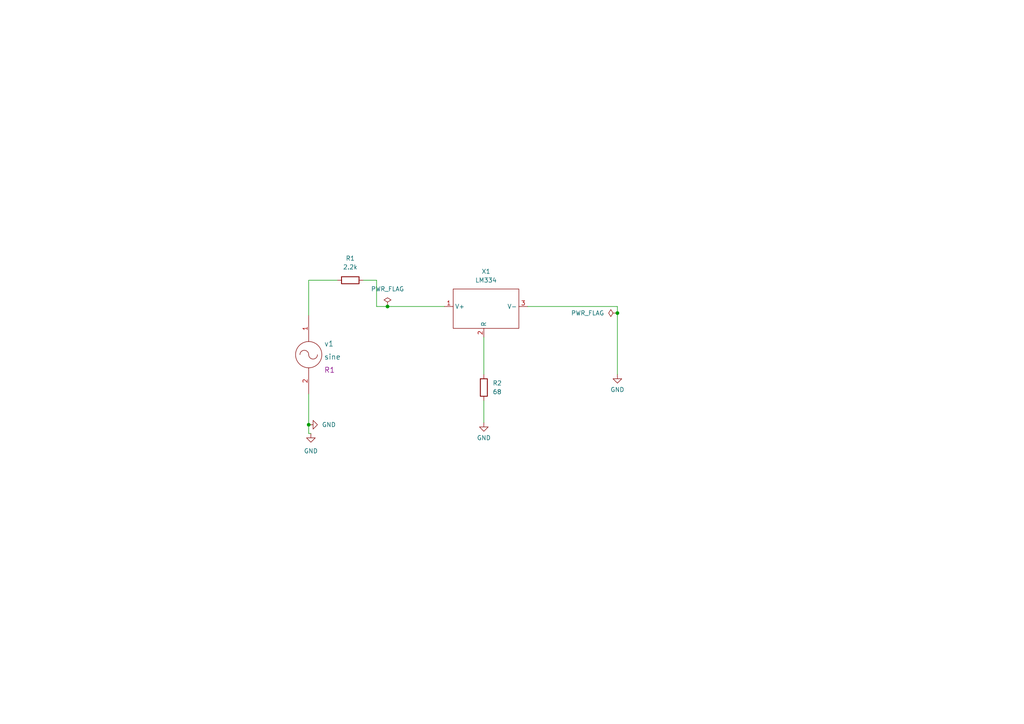
<source format=kicad_sch>
(kicad_sch (version 20211123) (generator eeschema)

  (uuid 903d95c2-a475-44e1-bbc6-8bad689d126f)

  (paper "A4")

  (lib_symbols
    (symbol "eSim_Devices:resistor" (pin_numbers hide) (pin_names (offset 0)) (in_bom yes) (on_board yes)
      (property "Reference" "R" (id 0) (at 1.27 3.302 0)
        (effects (font (size 1.27 1.27)))
      )
      (property "Value" "resistor" (id 1) (at 1.27 -1.27 0)
        (effects (font (size 1.27 1.27)))
      )
      (property "Footprint" "" (id 2) (at 1.27 -0.508 0)
        (effects (font (size 0.762 0.762)))
      )
      (property "Datasheet" "" (id 3) (at 1.27 1.27 90)
        (effects (font (size 0.762 0.762)))
      )
      (property "ki_fp_filters" "R_* Resistor_*" (id 4) (at 0 0 0)
        (effects (font (size 1.27 1.27)) hide)
      )
      (symbol "resistor_0_1"
        (rectangle (start 3.81 0.254) (end -1.27 2.286)
          (stroke (width 0.254) (type default) (color 0 0 0 0))
          (fill (type none))
        )
      )
      (symbol "resistor_1_1"
        (pin passive line (at -2.54 1.27 0) (length 1.27)
          (name "~" (effects (font (size 1.524 1.524))))
          (number "1" (effects (font (size 1.524 1.524))))
        )
        (pin passive line (at 5.08 1.27 180) (length 1.27)
          (name "~" (effects (font (size 1.524 1.524))))
          (number "2" (effects (font (size 1.524 1.524))))
        )
      )
    )
    (symbol "eSim_Power:eSim_GND" (power) (pin_names (offset 0)) (in_bom yes) (on_board yes)
      (property "Reference" "#PWR" (id 0) (at 0 -6.35 0)
        (effects (font (size 1.27 1.27)) hide)
      )
      (property "Value" "eSim_GND" (id 1) (at 0 -3.81 0)
        (effects (font (size 1.27 1.27)))
      )
      (property "Footprint" "" (id 2) (at 0 0 0)
        (effects (font (size 1.27 1.27)) hide)
      )
      (property "Datasheet" "" (id 3) (at 0 0 0)
        (effects (font (size 1.27 1.27)) hide)
      )
      (symbol "eSim_GND_0_1"
        (polyline
          (pts
            (xy 0 0)
            (xy 0 -1.27)
            (xy 1.27 -1.27)
            (xy 0 -2.54)
            (xy -1.27 -1.27)
            (xy 0 -1.27)
          )
          (stroke (width 0) (type default) (color 0 0 0 0))
          (fill (type none))
        )
      )
      (symbol "eSim_GND_1_1"
        (pin power_in line (at 0 0 270) (length 0) hide
          (name "GND" (effects (font (size 1.27 1.27))))
          (number "1" (effects (font (size 1.27 1.27))))
        )
      )
    )
    (symbol "eSim_Sources:sine" (pin_names (offset 1.016)) (in_bom yes) (on_board yes)
      (property "Reference" "v" (id 0) (at -5.08 2.54 0)
        (effects (font (size 1.524 1.524)))
      )
      (property "Value" "sine" (id 1) (at -5.08 -1.27 0)
        (effects (font (size 1.524 1.524)))
      )
      (property "Footprint" "R1" (id 2) (at -7.62 0 0)
        (effects (font (size 1.524 1.524)))
      )
      (property "Datasheet" "" (id 3) (at 0 0 0)
        (effects (font (size 1.524 1.524)))
      )
      (property "ki_fp_filters" "1_pin" (id 4) (at 0 0 0)
        (effects (font (size 1.27 1.27)) hide)
      )
      (symbol "sine_0_1"
        (arc (start 0 0) (mid -1.27 1.27) (end -2.54 0)
          (stroke (width 0) (type default) (color 0 0 0 0))
          (fill (type none))
        )
        (arc (start 0 0) (mid 1.27 -1.27) (end 2.54 0)
          (stroke (width 0) (type default) (color 0 0 0 0))
          (fill (type none))
        )
        (circle (center 0 0) (radius 3.81)
          (stroke (width 0) (type default) (color 0 0 0 0))
          (fill (type none))
        )
      )
      (symbol "sine_1_1"
        (pin input line (at 0 11.43 270) (length 7.62)
          (name "+" (effects (font (size 0 0))))
          (number "1" (effects (font (size 1.27 1.27))))
        )
        (pin input line (at 0 -11.43 90) (length 7.62)
          (name "-" (effects (font (size 0 0))))
          (number "2" (effects (font (size 1.27 1.27))))
        )
      )
    )
    (symbol "eSim_Subckt:LM334" (in_bom yes) (on_board yes)
      (property "Reference" "X" (id 0) (at 0 1.27 0)
        (effects (font (size 1.27 1.27)))
      )
      (property "Value" "LM334" (id 1) (at 0 3.81 0)
        (effects (font (size 1.27 1.27)))
      )
      (property "Footprint" "" (id 2) (at 0 0 0)
        (effects (font (size 1.27 1.27)) hide)
      )
      (property "Datasheet" "" (id 3) (at 0 0 0)
        (effects (font (size 1.27 1.27)) hide)
      )
      (symbol "LM334_0_1"
        (rectangle (start -8.89 5.08) (end 10.16 -6.35)
          (stroke (width 0) (type default) (color 0 0 0 0))
          (fill (type none))
        )
      )
      (symbol "LM334_1_1"
        (pin power_in line (at -11.43 0 0) (length 2.54)
          (name "V+" (effects (font (size 1.27 1.27))))
          (number "1" (effects (font (size 1.27 1.27))))
        )
        (pin passive line (at 0 -8.89 90) (length 2.54)
          (name "R" (effects (font (size 1.27 1.27))))
          (number "2" (effects (font (size 1.27 1.27))))
        )
        (pin passive line (at 12.7 0 180) (length 2.54)
          (name "V-" (effects (font (size 1.27 1.27))))
          (number "3" (effects (font (size 1.27 1.27))))
        )
      )
    )
    (symbol "power:PWR_FLAG" (power) (pin_numbers hide) (pin_names (offset 0) hide) (in_bom yes) (on_board yes)
      (property "Reference" "#FLG" (id 0) (at 0 1.905 0)
        (effects (font (size 1.27 1.27)) hide)
      )
      (property "Value" "PWR_FLAG" (id 1) (at 0 3.81 0)
        (effects (font (size 1.27 1.27)))
      )
      (property "Footprint" "" (id 2) (at 0 0 0)
        (effects (font (size 1.27 1.27)) hide)
      )
      (property "Datasheet" "~" (id 3) (at 0 0 0)
        (effects (font (size 1.27 1.27)) hide)
      )
      (property "ki_keywords" "flag power" (id 4) (at 0 0 0)
        (effects (font (size 1.27 1.27)) hide)
      )
      (property "ki_description" "Special symbol for telling ERC where power comes from" (id 5) (at 0 0 0)
        (effects (font (size 1.27 1.27)) hide)
      )
      (symbol "PWR_FLAG_0_0"
        (pin power_out line (at 0 0 90) (length 0)
          (name "pwr" (effects (font (size 1.27 1.27))))
          (number "1" (effects (font (size 1.27 1.27))))
        )
      )
      (symbol "PWR_FLAG_0_1"
        (polyline
          (pts
            (xy 0 0)
            (xy 0 1.27)
            (xy -1.016 1.905)
            (xy 0 2.54)
            (xy 1.016 1.905)
            (xy 0 1.27)
          )
          (stroke (width 0) (type default) (color 0 0 0 0))
          (fill (type none))
        )
      )
    )
  )

  (junction (at 179.07 90.805) (diameter 0) (color 0 0 0 0)
    (uuid 436eafd6-37e9-4667-a077-dae04c9236f2)
  )
  (junction (at 89.535 123.19) (diameter 0) (color 0 0 0 0)
    (uuid 7c685b13-71b0-415f-8503-75d3bb35726d)
  )
  (junction (at 112.395 88.9) (diameter 0) (color 0 0 0 0)
    (uuid 7dda610b-cf0b-4dff-9e22-aa8aa82dc7d3)
  )

  (wire (pts (xy 112.395 88.9) (xy 109.22 88.9))
    (stroke (width 0) (type default) (color 0 0 0 0))
    (uuid 0b05e1cb-60da-4a14-858d-4bbfe7f07c1c)
  )
  (wire (pts (xy 89.535 123.19) (xy 89.535 125.73))
    (stroke (width 0) (type default) (color 0 0 0 0))
    (uuid 1784ba78-1144-4157-97e2-1be727fe92bc)
  )
  (wire (pts (xy 97.79 81.28) (xy 89.535 81.28))
    (stroke (width 0) (type default) (color 0 0 0 0))
    (uuid 1b7e8e00-f9ab-4c7f-a35a-23070b53701b)
  )
  (wire (pts (xy 109.22 81.28) (xy 105.41 81.28))
    (stroke (width 0) (type default) (color 0 0 0 0))
    (uuid 2e347c4d-eaa0-436a-b861-3ab59c5a2c17)
  )
  (wire (pts (xy 140.335 97.79) (xy 140.335 108.585))
    (stroke (width 0) (type default) (color 0 0 0 0))
    (uuid 312bdf97-ee9d-4a0b-85b0-e88aa6729015)
  )
  (wire (pts (xy 89.535 114.3) (xy 89.535 123.19))
    (stroke (width 0) (type default) (color 0 0 0 0))
    (uuid 5387714e-c5c9-4171-be7d-2c812f24f7f2)
  )
  (wire (pts (xy 112.395 88.9) (xy 128.905 88.9))
    (stroke (width 0) (type default) (color 0 0 0 0))
    (uuid 62606e47-e476-473b-bca4-2df3fd3fee79)
  )
  (wire (pts (xy 179.07 88.9) (xy 153.035 88.9))
    (stroke (width 0) (type default) (color 0 0 0 0))
    (uuid 70bb22ab-a906-478c-8906-93f3658d6736)
  )
  (wire (pts (xy 179.07 90.805) (xy 179.07 88.9))
    (stroke (width 0) (type default) (color 0 0 0 0))
    (uuid 7e74e286-27ac-4259-9aeb-23397f3a522c)
  )
  (wire (pts (xy 89.535 81.28) (xy 89.535 91.44))
    (stroke (width 0) (type default) (color 0 0 0 0))
    (uuid 97f1e92c-2dac-4795-8077-2d9eae453d01)
  )
  (wire (pts (xy 109.22 88.9) (xy 109.22 81.28))
    (stroke (width 0) (type default) (color 0 0 0 0))
    (uuid c47a9cf5-b804-4b32-badf-449a7004dadf)
  )
  (wire (pts (xy 179.07 90.805) (xy 179.07 108.585))
    (stroke (width 0) (type default) (color 0 0 0 0))
    (uuid db651054-8874-402c-91a6-1aa06b5f7442)
  )
  (wire (pts (xy 140.335 116.205) (xy 140.335 122.555))
    (stroke (width 0) (type default) (color 0 0 0 0))
    (uuid de2169ce-d4d1-4672-ac51-93e400c50064)
  )
  (wire (pts (xy 89.535 125.73) (xy 90.17 125.73))
    (stroke (width 0) (type default) (color 0 0 0 0))
    (uuid f481dc99-b372-4918-b891-5228d48b9589)
  )

  (symbol (lib_id "eSim_Power:eSim_GND") (at 90.17 125.73 0) (unit 1)
    (in_bom yes) (on_board yes) (fields_autoplaced)
    (uuid 0ddcd684-7803-4968-b47f-68c93519c0e8)
    (property "Reference" "#PWR02" (id 0) (at 90.17 132.08 0)
      (effects (font (size 1.27 1.27)) hide)
    )
    (property "Value" "eSim_GND" (id 1) (at 90.17 130.81 0))
    (property "Footprint" "" (id 2) (at 90.17 125.73 0)
      (effects (font (size 1.27 1.27)) hide)
    )
    (property "Datasheet" "" (id 3) (at 90.17 125.73 0)
      (effects (font (size 1.27 1.27)) hide)
    )
    (pin "1" (uuid 89c443c5-aefe-47f1-84d8-74e47eb9e920))
  )

  (symbol (lib_id "eSim_Devices:resistor") (at 100.33 82.55 0) (unit 1)
    (in_bom yes) (on_board yes) (fields_autoplaced)
    (uuid 15d22e4f-c0c2-4639-bbc9-07d453081618)
    (property "Reference" "R1" (id 0) (at 101.6 74.93 0))
    (property "Value" "2.2k" (id 1) (at 101.6 77.47 0))
    (property "Footprint" "" (id 2) (at 101.6 83.058 0)
      (effects (font (size 0.762 0.762)))
    )
    (property "Datasheet" "" (id 3) (at 101.6 81.28 90)
      (effects (font (size 0.762 0.762)))
    )
    (pin "1" (uuid d62dd28f-37ff-4537-abc8-b15c593fa2b1))
    (pin "2" (uuid 793bb7dc-713a-4261-8c6f-98e45f1d5674))
  )

  (symbol (lib_id "power:PWR_FLAG") (at 112.395 88.9 0) (unit 1)
    (in_bom yes) (on_board yes) (fields_autoplaced)
    (uuid 30b37895-42c7-40d7-a50d-b61631d42c45)
    (property "Reference" "#FLG01" (id 0) (at 112.395 86.995 0)
      (effects (font (size 1.27 1.27)) hide)
    )
    (property "Value" "PWR_FLAG" (id 1) (at 112.395 83.82 0))
    (property "Footprint" "" (id 2) (at 112.395 88.9 0)
      (effects (font (size 1.27 1.27)) hide)
    )
    (property "Datasheet" "~" (id 3) (at 112.395 88.9 0)
      (effects (font (size 1.27 1.27)) hide)
    )
    (pin "1" (uuid 8eb3d6b6-6432-49be-970d-265128824aab))
  )

  (symbol (lib_id "eSim_Sources:sine") (at 89.535 102.87 0) (unit 1)
    (in_bom yes) (on_board yes) (fields_autoplaced)
    (uuid 656b23cc-43e2-4501-a9f2-a72b9d277524)
    (property "Reference" "v1" (id 0) (at 93.98 99.695 0)
      (effects (font (size 1.524 1.524)) (justify left))
    )
    (property "Value" "sine" (id 1) (at 93.98 103.505 0)
      (effects (font (size 1.524 1.524)) (justify left))
    )
    (property "Footprint" "R1" (id 2) (at 93.98 107.315 0)
      (effects (font (size 1.524 1.524)) (justify left))
    )
    (property "Datasheet" "" (id 3) (at 89.535 102.87 0)
      (effects (font (size 1.524 1.524)))
    )
    (property "Spice_Primitive" "V" (id 4) (at 89.535 102.87 0)
      (effects (font (size 1.27 1.27)) hide)
    )
    (property "Spice_Model" "sin(0 1 1k)" (id 5) (at 89.535 102.87 0)
      (effects (font (size 1.27 1.27)) hide)
    )
    (property "Spice_Netlist_Enabled" "Y" (id 6) (at 89.535 102.87 0)
      (effects (font (size 1.27 1.27)) hide)
    )
    (pin "1" (uuid b3252046-3789-4bf6-a939-63c402bf62a9))
    (pin "2" (uuid 0207debb-45e0-4236-b440-1959fe656e98))
  )

  (symbol (lib_id "power:PWR_FLAG") (at 179.07 90.805 90) (unit 1)
    (in_bom yes) (on_board yes) (fields_autoplaced)
    (uuid bb21a435-aee4-4456-9cb8-4f1f68708e9d)
    (property "Reference" "#FLG02" (id 0) (at 177.165 90.805 0)
      (effects (font (size 1.27 1.27)) hide)
    )
    (property "Value" "PWR_FLAG" (id 1) (at 175.26 90.8049 90)
      (effects (font (size 1.27 1.27)) (justify left))
    )
    (property "Footprint" "" (id 2) (at 179.07 90.805 0)
      (effects (font (size 1.27 1.27)) hide)
    )
    (property "Datasheet" "~" (id 3) (at 179.07 90.805 0)
      (effects (font (size 1.27 1.27)) hide)
    )
    (pin "1" (uuid 5005d1bd-278a-42df-b425-d86f5b8cb4f1))
  )

  (symbol (lib_id "eSim_Power:eSim_GND") (at 140.335 122.555 0) (unit 1)
    (in_bom yes) (on_board yes) (fields_autoplaced)
    (uuid bb3d73a3-4338-4aec-b548-35d6b4b47f6c)
    (property "Reference" "#PWR03" (id 0) (at 140.335 128.905 0)
      (effects (font (size 1.27 1.27)) hide)
    )
    (property "Value" "eSim_GND" (id 1) (at 140.335 127 0))
    (property "Footprint" "" (id 2) (at 140.335 122.555 0)
      (effects (font (size 1.27 1.27)) hide)
    )
    (property "Datasheet" "" (id 3) (at 140.335 122.555 0)
      (effects (font (size 1.27 1.27)) hide)
    )
    (pin "1" (uuid 1e920301-ab37-42d5-bd0c-56c0812075e9))
  )

  (symbol (lib_id "eSim_Power:eSim_GND") (at 179.07 108.585 0) (unit 1)
    (in_bom yes) (on_board yes) (fields_autoplaced)
    (uuid df21458f-606d-4264-b0fb-8786ed5c9ad5)
    (property "Reference" "#PWR04" (id 0) (at 179.07 114.935 0)
      (effects (font (size 1.27 1.27)) hide)
    )
    (property "Value" "eSim_GND" (id 1) (at 179.07 113.03 0))
    (property "Footprint" "" (id 2) (at 179.07 108.585 0)
      (effects (font (size 1.27 1.27)) hide)
    )
    (property "Datasheet" "" (id 3) (at 179.07 108.585 0)
      (effects (font (size 1.27 1.27)) hide)
    )
    (pin "1" (uuid f6a2880e-d11e-4630-8657-92153bd3b64b))
  )

  (symbol (lib_id "eSim_Power:eSim_GND") (at 89.535 123.19 90) (unit 1)
    (in_bom yes) (on_board yes) (fields_autoplaced)
    (uuid ea7d636b-94a5-4a7b-bca2-200cdbd2237b)
    (property "Reference" "#PWR01" (id 0) (at 95.885 123.19 0)
      (effects (font (size 1.27 1.27)) hide)
    )
    (property "Value" "eSim_GND" (id 1) (at 93.345 123.1899 90)
      (effects (font (size 1.27 1.27)) (justify right))
    )
    (property "Footprint" "" (id 2) (at 89.535 123.19 0)
      (effects (font (size 1.27 1.27)) hide)
    )
    (property "Datasheet" "" (id 3) (at 89.535 123.19 0)
      (effects (font (size 1.27 1.27)) hide)
    )
    (pin "1" (uuid 188e4f36-587d-4d59-8e48-7b865d1304ae))
  )

  (symbol (lib_id "eSim_Subckt:LM334") (at 140.335 88.9 0) (unit 1)
    (in_bom yes) (on_board yes) (fields_autoplaced)
    (uuid f119457b-308d-462a-96f9-6e29f4cb406a)
    (property "Reference" "X1" (id 0) (at 140.97 78.74 0))
    (property "Value" "LM334" (id 1) (at 140.97 81.28 0))
    (property "Footprint" "" (id 2) (at 140.335 88.9 0)
      (effects (font (size 1.27 1.27)) hide)
    )
    (property "Datasheet" "" (id 3) (at 140.335 88.9 0)
      (effects (font (size 1.27 1.27)) hide)
    )
    (pin "1" (uuid 91f64ac2-8e29-45fe-a506-06b5540fde00))
    (pin "2" (uuid 6b42c3ca-1ee0-4972-9165-bb8ddcaf24d1))
    (pin "3" (uuid 4eb829e6-773e-4012-a969-ea7ca5abc8f1))
  )

  (symbol (lib_id "eSim_Devices:resistor") (at 141.605 113.665 90) (unit 1)
    (in_bom yes) (on_board yes) (fields_autoplaced)
    (uuid fcb79a75-882b-43b3-9b31-af6e8084d187)
    (property "Reference" "R2" (id 0) (at 142.875 111.1249 90)
      (effects (font (size 1.27 1.27)) (justify right))
    )
    (property "Value" "68" (id 1) (at 142.875 113.6649 90)
      (effects (font (size 1.27 1.27)) (justify right))
    )
    (property "Footprint" "" (id 2) (at 142.113 112.395 0)
      (effects (font (size 0.762 0.762)))
    )
    (property "Datasheet" "" (id 3) (at 140.335 112.395 90)
      (effects (font (size 0.762 0.762)))
    )
    (pin "1" (uuid aed350e7-d644-431a-9e9e-20d16eea0621))
    (pin "2" (uuid 4604741d-1172-4f3a-84ef-c94d8e0d4054))
  )

  (sheet_instances
    (path "/" (page "1"))
  )

  (symbol_instances
    (path "/30b37895-42c7-40d7-a50d-b61631d42c45"
      (reference "#FLG01") (unit 1) (value "PWR_FLAG") (footprint "")
    )
    (path "/bb21a435-aee4-4456-9cb8-4f1f68708e9d"
      (reference "#FLG02") (unit 1) (value "PWR_FLAG") (footprint "")
    )
    (path "/ea7d636b-94a5-4a7b-bca2-200cdbd2237b"
      (reference "#PWR01") (unit 1) (value "eSim_GND") (footprint "")
    )
    (path "/0ddcd684-7803-4968-b47f-68c93519c0e8"
      (reference "#PWR02") (unit 1) (value "eSim_GND") (footprint "")
    )
    (path "/bb3d73a3-4338-4aec-b548-35d6b4b47f6c"
      (reference "#PWR03") (unit 1) (value "eSim_GND") (footprint "")
    )
    (path "/df21458f-606d-4264-b0fb-8786ed5c9ad5"
      (reference "#PWR04") (unit 1) (value "eSim_GND") (footprint "")
    )
    (path "/15d22e4f-c0c2-4639-bbc9-07d453081618"
      (reference "R1") (unit 1) (value "2.2k") (footprint "")
    )
    (path "/fcb79a75-882b-43b3-9b31-af6e8084d187"
      (reference "R2") (unit 1) (value "68") (footprint "")
    )
    (path "/f119457b-308d-462a-96f9-6e29f4cb406a"
      (reference "X1") (unit 1) (value "LM334") (footprint "")
    )
    (path "/656b23cc-43e2-4501-a9f2-a72b9d277524"
      (reference "v1") (unit 1) (value "sine") (footprint "R1")
    )
  )
)

</source>
